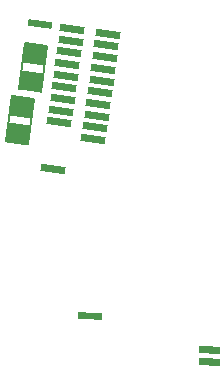
<source format=gbr>
*
G4_C Author: OrCAD GerbTool(tm) 8.1.1 Wed Jun 18 21:21:11 2003*
%LPD*%
%LNsilkbot*%
%FSLAX34Y34*%
%MOIN*%
%AD*%
%AMD25R98*
20,1,0.025000,0.000000,-0.035000,0.000000,0.035000,98.600000*
%
%AMD10R98*
20,1,0.050000,-0.025000,0.000000,0.025000,0.000000,98.600000*
%
%AMD25R98N2*
20,1,0.025000,0.000000,-0.035000,0.000000,0.035000,98.600000*
%
%AMD10R98N2*
20,1,0.050000,-0.025000,0.000000,0.025000,0.000000,98.600000*
%
%AMD25R86*
20,1,0.025000,0.000000,-0.035000,0.000000,0.035000,86.080000*
%
%AMD10R86*
20,1,0.050000,-0.025000,0.000000,0.025000,0.000000,86.080000*
%
%AMD16R5*
20,1,0.025000,-0.035000,0.000000,0.035000,0.000000,5.450000*
%
%AMD10R5*
20,1,0.050000,-0.025000,0.000000,0.025000,0.000000,5.450000*
%
%AMD16R5N2*
20,1,0.025000,-0.035000,0.000000,0.035000,0.000000,5.450000*
%
%AMD10R5N2*
20,1,0.050000,-0.025000,0.000000,0.025000,0.000000,5.450000*
%
%AMD32R3*
20,1,0.025000,0.034920,-0.002390,-0.034920,0.002390,3.950000*
%
%AMD33R3*
20,1,0.050000,-0.001710,-0.024940,0.001710,0.024940,3.950000*
%
%AMD32R3N2*
20,1,0.025000,0.034920,-0.002390,-0.034920,0.002390,3.910000*
%
%AMD33R3N2*
20,1,0.050000,-0.001710,-0.024940,0.001710,0.024940,3.910000*
%
%AMD32R3N3*
20,1,0.025000,0.034920,-0.002390,-0.034920,0.002390,3.920000*
%
%AMD33R3N3*
20,1,0.050000,-0.001710,-0.024940,0.001710,0.024940,3.920000*
%
%AMD30R81*
20,1,0.024000,0.000000,-0.041000,0.000000,0.041000,81.800000*
%
%AMD26R81*
20,1,0.027000,0.000000,-0.036000,0.000000,0.036000,81.800000*
%
%AMD29R81*
20,1,0.022000,0.000000,-0.040000,0.000000,0.040000,81.800000*
%
%AMD29R87*
20,1,0.022000,0.000000,-0.040000,0.000000,0.040000,87.000000*
%
%AMD30R82*
20,1,0.024000,0.000000,-0.041000,0.000000,0.041000,82.200000*
%
%AMD26R82*
20,1,0.027000,0.000000,-0.036000,0.000000,0.036000,82.200000*
%
%AMD29R82*
20,1,0.022000,0.000000,-0.040000,0.000000,0.040000,82.200000*
%
%AMD29R87N2*
20,1,0.022000,0.000000,-0.040000,0.000000,0.040000,87.400000*
%
%AMD30R87*
20,1,0.024000,0.000000,-0.041000,0.000000,0.041000,87.400000*
%
%ADD10R,0.050000X0.050000*%
%ADD11C,0.006000*%
%ADD12C,0.019000*%
%ADD13C,0.007900*%
%ADD14C,0.005000*%
%ADD15C,0.000800*%
%ADD16R,0.070000X0.025000*%
%ADD17R,0.068000X0.023000*%
%ADD18C,0.006000*%
%ADD19C,0.009800*%
%ADD20C,0.010000*%
%ADD21C,0.030000*%
%ADD22C,0.060000*%
%ADD23C,0.035000*%
%ADD24C,0.055000*%
%ADD25R,0.025000X0.070000*%
%ADD26R,0.027000X0.072000*%
%ADD27R,0.029000X0.058000*%
%ADD28R,0.031000X0.060000*%
%ADD29R,0.022000X0.080000*%
%ADD30R,0.024000X0.082000*%
%ADD31D10R98N2*%
%ADD32D25R86*%
%ADD33D10R86*%
%ADD34D16R5*%
%ADD35D10R5*%
%ADD36D16R5N2*%
%ADD37D10R5N2*%
%ADD38D25R98N2*%
%ADD39D10R98N2*%
%ADD40D25R86*%
%ADD41D10R86*%
%ADD42D16R5*%
%ADD43D10R5*%
%ADD44D16R5N2*%
%ADD45D10R5N2*%
%ADD46D32R3*%
%ADD47D33R3*%
%ADD48R,0.070000X0.025000*%
%ADD49D33R3N2*%
%ADD50C,0.011000*%
%ADD51C,0.036000*%
%ADD52C,0.015000*%
%ADD53R,0.070000X0.025000*%
%ADD54R,0.050000X0.050000*%
%ADD55D30R81*%
%ADD56D26R81*%
%ADD57D29R81*%
%ADD58D29R87*%
%ADD59D30R82*%
%ADD60D26R82*%
%ADD61D29R82*%
%ADD62D29R87N2*%
%ADD63D30R87*%
G4_C OrCAD GerbTool Tool List *
G4_D50 1 0.0110 T 0 0*
G4_D51 3 0.0360 T 0 0*
G4_D52 2 0.0150 T 0 0*
G54D59*
G1X87837Y21575D3*
G1X88052Y23135D3*
G1X88104Y23525D3*
G1X88159Y23915D3*
G1X88212Y24306D3*
G1X88266Y24696D3*
G1X88372Y25475D3*
G1X88319Y25085D3*
G1X88426Y25865D3*
G1X88479Y26254D3*
G1X89668Y26092D3*
G1X89615Y25702D3*
G1X89561Y25313D3*
G1X89508Y24922D3*
G1X89455Y24533D3*
G1X89401Y24143D3*
G1X89348Y23752D3*
G1X89293Y23362D3*
G1X89241Y22973D3*
G1X89187Y22582D3*
G54D60*
G1X86659Y22556D3*
G1X86684Y22752D3*
G1X86710Y22935D3*
G1X86782Y23449D3*
G1X86810Y23646D3*
G1X86834Y23827D3*
G1X87215Y23932D2*
G54D18*
G1X87006Y22402D1*
G1X87216Y23933D2*
G1X86485Y24033D1*
G1X86486Y24034D2*
G1X86276Y22502D1*
G54D60*
G1X87091Y24321D3*
G1X87117Y24517D3*
G1X87143Y24699D3*
G1X87214Y25213D3*
G1X87242Y25410D3*
G1X87266Y25592D3*
G1X87648Y25697D2*
G54D18*
G1X87438Y24166D1*
G1X87648Y25698D2*
G1X86918Y25798D1*
G1X86918Y25799D2*
G1X86708Y24266D1*
G54D61*
G1X87410Y26402D3*
G54D62*
G1X89059Y16685D3*
G54D63*
G1X93112Y15548D3*
G1X93098Y15154D3*
M2*

</source>
